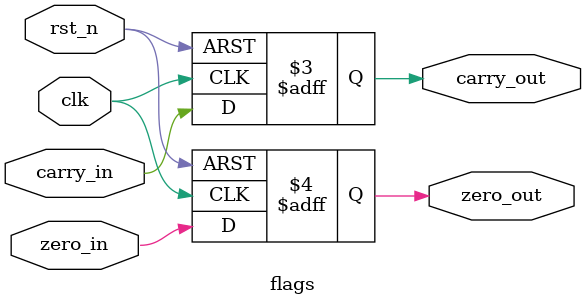
<source format=sv>

module flags(
	input wire clk,
	input wire rst_n,
	input wire carry_in,
	input wire zero_in,
	output reg carry_out,
	output reg zero_out);

	always_ff @(posedge clk or negedge rst_n) begin
		if(~rst_n) begin
			carry_out <= 0;
			zero_out <= 0;
		end else begin
			carry_out <= carry_in;
			zero_out <= zero_in;
		end
	end

endmodule

</source>
